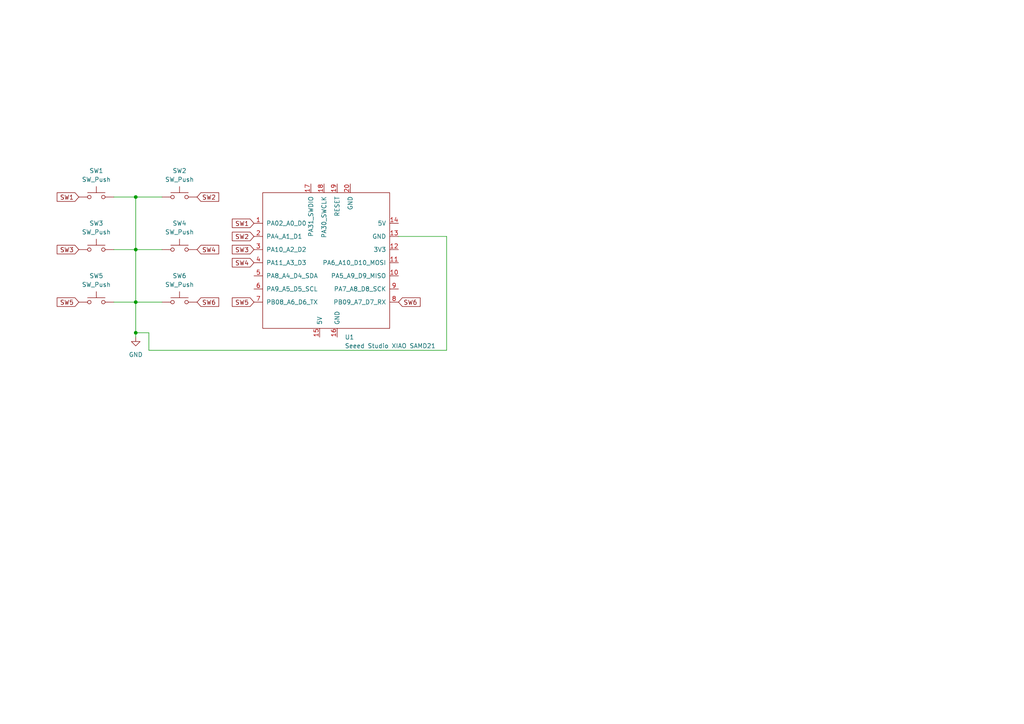
<source format=kicad_sch>
(kicad_sch (version 20231120) (generator "eeschema") (generator_version "8.0")
  (paper "A4")
  (lib_symbols
    (symbol "Seeed_Studio_XIAO_Series:Seeed Studio XIAO SAMD21" (pin_names (offset 1.016))
      (property "Reference" "U" (at -19.05 22.86 0))
      (property "Value" "Seeed Studio XIAO SAMD21" (at -12.7 21.59 0))
      (symbol "Seeed Studio XIAO SAMD21_0_1"
        (rectangle (start -19.05 20.32) (end 17.78 -19.05))
      )
      (symbol "Seeed Studio XIAO SAMD21_1_1"
        (pin unspecified line (at -21.59 11.43 0) (length 2.54) (name "PA02_A0_D0") (number "1"))
        (pin unspecified line (at 20.32 -3.81 180) (length 2.54) (name "PA5_A9_D9_MISO") (number "10"))
        (pin unspecified line (at 20.32 0 180) (length 2.54) (name "PA6_A10_D10_MOSI") (number "11"))
        (pin unspecified line (at 20.32 3.81 180) (length 2.54) (name "3V3") (number "12"))
        (pin unspecified line (at 20.32 7.62 180) (length 2.54) (name "GND") (number "13"))
        (pin unspecified line (at 20.32 11.43 180) (length 2.54) (name "5V") (number "14"))
        (pin input line (at -2.54 -21.59 90) (length 2.54) (name "5V") (number "15"))
        (pin input line (at 2.54 -21.59 90) (length 2.54) (name "GND") (number "16"))
        (pin input line (at -5.08 22.86 270) (length 2.54) (name "PA31_SWDIO") (number "17"))
        (pin input line (at -1.27 22.86 270) (length 2.54) (name "PA30_SWCLK") (number "18"))
        (pin input line (at 2.54 22.86 270) (length 2.54) (name "RESET") (number "19"))
        (pin unspecified line (at -21.59 7.62 0) (length 2.54) (name "PA4_A1_D1") (number "2"))
        (pin input line (at 6.35 22.86 270) (length 2.54) (name "GND") (number "20"))
        (pin unspecified line (at -21.59 3.81 0) (length 2.54) (name "PA10_A2_D2") (number "3"))
        (pin unspecified line (at -21.59 0 0) (length 2.54) (name "PA11_A3_D3") (number "4"))
        (pin unspecified line (at -21.59 -3.81 0) (length 2.54) (name "PA8_A4_D4_SDA") (number "5"))
        (pin unspecified line (at -21.59 -7.62 0) (length 2.54) (name "PA9_A5_D5_SCL") (number "6"))
        (pin unspecified line (at -21.59 -11.43 0) (length 2.54) (name "PB08_A6_D6_TX") (number "7"))
        (pin unspecified line (at 20.32 -11.43 180) (length 2.54) (name "PB09_A7_D7_RX") (number "8"))
        (pin unspecified line (at 20.32 -7.62 180) (length 2.54) (name "PA7_A8_D8_SCK") (number "9"))
      )
    )
    (symbol "Switch:SW_Push" (pin_numbers hide) (pin_names (offset 1.016) hide)
      (property "Reference" "SW" (at 1.27 2.54 0))
      (property "Value" "SW_Push" (at 0 -1.524 0))
      (symbol "SW_Push_0_1"
        (circle (center -2.032 0) (radius 0.508))
        (polyline (pts (xy 0 1.27) (xy 0 3.048)))
        (polyline (pts (xy 2.54 1.27) (xy -2.54 1.27)))
        (circle (center 2.032 0) (radius 0.508))
        (pin passive line (at -5.08 0 0) (length 2.54) (name "1") (number "1"))
        (pin passive line (at 5.08 0 180) (length 2.54) (name "2") (number "2"))
      )
    )
    (symbol "power:GND" (power) (pin_numbers hide) (pin_names (offset 0) hide)
      (property "Value" "GND" (at 0 -3.81 0))
      (symbol "GND_0_1"
        (polyline (pts (xy 0 0) (xy 0 -1.27) (xy 1.27 -1.27) (xy 0 -2.54) (xy -1.27 -1.27) (xy 0 -1.27)))
      )
      (symbol "GND_1_1"
        (pin power_in line (at 0 0 270) (length 0) (name "~") (number "1"))
      )
    )
  )
  (junction (at 39.37 96.52))
  (junction (at 39.37 72.39))
  (junction (at 39.37 57.15))
  (junction (at 39.37 87.63))
  (wire (pts (xy 39.37 87.63) (xy 46.99 87.63)))
  (wire (pts (xy 43.18 101.6) (xy 43.18 96.52)))
  (wire (pts (xy 115.57 68.58) (xy 129.54 68.58)))
  (wire (pts (xy 33.02 72.39) (xy 39.37 72.39)))
  (wire (pts (xy 33.02 87.63) (xy 39.37 87.63)))
  (wire (pts (xy 129.54 68.58) (xy 129.54 101.6)))
  (wire (pts (xy 39.37 87.63) (xy 39.37 96.52)))
  (wire (pts (xy 39.37 57.15) (xy 46.99 57.15)))
  (wire (pts (xy 129.54 101.6) (xy 43.18 101.6)))
  (wire (pts (xy 39.37 72.39) (xy 46.99 72.39)))
  (wire (pts (xy 39.37 57.15) (xy 39.37 72.39)))
  (wire (pts (xy 43.18 96.52) (xy 39.37 96.52)))
  (wire (pts (xy 39.37 72.39) (xy 39.37 87.63)))
  (wire (pts (xy 39.37 96.52) (xy 39.37 97.79)))
  (wire (pts (xy 33.02 57.15) (xy 39.37 57.15)))
  (global_label "SW6" (shape input) (at 57.15 87.63 0) (property "Intersheetrefs" "${INTERSHEET_REFS}" (effects (hide yes))))
  (global_label "SW3" (shape input) (at 73.66 72.39 180) (property "Intersheetrefs" "${INTERSHEET_REFS}" (effects (hide yes))))
  (global_label "SW1" (shape input) (at 22.86 57.15 180) (property "Intersheetrefs" "${INTERSHEET_REFS}" (effects (hide yes))))
  (global_label "SW4" (shape input) (at 73.66 76.2 180) (property "Intersheetrefs" "${INTERSHEET_REFS}" (effects (hide yes))))
  (global_label "SW1" (shape input) (at 73.66 64.77 180) (property "Intersheetrefs" "${INTERSHEET_REFS}" (effects (hide yes))))
  (global_label "SW6" (shape input) (at 115.57 87.63 0) (property "Intersheetrefs" "${INTERSHEET_REFS}" (effects (hide yes))))
  (global_label "SW5" (shape input) (at 22.86 87.63 180) (property "Intersheetrefs" "${INTERSHEET_REFS}" (effects (hide yes))))
  (global_label "SW2" (shape input) (at 73.66 68.58 180) (property "Intersheetrefs" "${INTERSHEET_REFS}" (effects (hide yes))))
  (global_label "SW5" (shape input) (at 73.66 87.63 180) (property "Intersheetrefs" "${INTERSHEET_REFS}" (effects (hide yes))))
  (global_label "SW2" (shape input) (at 57.15 57.15 0) (property "Intersheetrefs" "${INTERSHEET_REFS}" (effects (hide yes))))
  (global_label "SW3" (shape input) (at 22.86 72.39 180) (property "Intersheetrefs" "${INTERSHEET_REFS}" (effects (hide yes))))
  (global_label "SW4" (shape input) (at 57.15 72.39 0) (property "Intersheetrefs" "${INTERSHEET_REFS}" (effects (hide yes))))
  (symbol (lib_id "Switch:SW_Push") (at 52.07 57.15 0) (unit 1)
    (property "Reference" "SW2" (at 52.07 49.53 0))
    (property "Value" "SW_Push" (at 52.07 52.07 0))
    (property "Footprint" "Button_Switch_Keyboard:SW_Cherry_MX_1.00u_PCB" (effects (hide yes)))
    (property "Description" "Push button switch, generic, two pins" (effects (hide yes)))
  )
  (symbol (lib_id "Switch:SW_Push") (at 52.07 72.39 0) (unit 1)
    (property "Reference" "SW4" (at 52.07 64.77 0))
    (property "Value" "SW_Push" (at 52.07 67.31 0))
    (property "Footprint" "Button_Switch_Keyboard:SW_Cherry_MX_1.00u_PCB" (effects (hide yes)))
    (property "Description" "Push button switch, generic, two pins" (effects (hide yes)))
  )
  (symbol (lib_id "Switch:SW_Push") (at 27.94 72.39 0) (unit 1)
    (property "Reference" "SW3" (at 27.94 64.77 0))
    (property "Value" "SW_Push" (at 27.94 67.31 0))
    (property "Footprint" "Button_Switch_Keyboard:SW_Cherry_MX_1.00u_PCB" (effects (hide yes)))
    (property "Description" "Push button switch, generic, two pins" (effects (hide yes)))
  )
  (symbol (lib_id "Seeed_Studio_XIAO_Series:Seeed Studio XIAO SAMD21") (at 95.25 76.2 0) (unit 1)
    (property "Reference" "U1" (at 99.9841 97.79 0) (effects (justify left)))
    (property "Value" "Seeed Studio XIAO SAMD21" (at 99.9841 100.33 0) (effects (justify left)))
    (property "Footprint" "Seeed Studio XIAO Series Library:XIAO-Generic-Thruhole-14P-2.54-21X17.8MM" (effects (hide yes)))
  )
  (symbol (lib_id "power:GND") (at 39.37 97.79 0) (unit 1)
    (property "Reference" "#PWR01" (effects (hide yes)))
    (property "Value" "GND" (at 39.37 102.87 0))
    (property "Description" "Power symbol creates a global label with name \"GND\" , ground" (effects (hide yes)))
  )
  (symbol (lib_id "Switch:SW_Push") (at 27.94 87.63 0) (unit 1)
    (property "Reference" "SW5" (at 27.94 80.01 0))
    (property "Value" "SW_Push" (at 27.94 82.55 0))
    (property "Footprint" "Button_Switch_Keyboard:SW_Cherry_MX_1.00u_PCB" (effects (hide yes)))
    (property "Description" "Push button switch, generic, two pins" (effects (hide yes)))
  )
  (symbol (lib_id "Switch:SW_Push") (at 52.07 87.63 0) (unit 1)
    (property "Reference" "SW6" (at 52.07 80.01 0))
    (property "Value" "SW_Push" (at 52.07 82.55 0))
    (property "Footprint" "Button_Switch_Keyboard:SW_Cherry_MX_1.00u_PCB" (effects (hide yes)))
    (property "Description" "Push button switch, generic, two pins" (effects (hide yes)))
  )
  (symbol (lib_id "Switch:SW_Push") (at 27.94 57.15 0) (unit 1)
    (property "Reference" "SW1" (at 27.94 49.53 0))
    (property "Value" "SW_Push" (at 27.94 52.07 0))
    (property "Footprint" "Button_Switch_Keyboard:SW_Cherry_MX_1.00u_PCB" (effects (hide yes)))
    (property "Description" "Push button switch, generic, two pins" (effects (hide yes)))
  )
)
</source>
